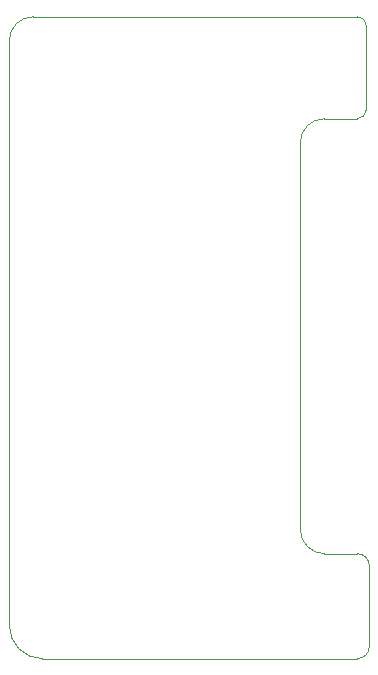
<source format=gbr>
%TF.GenerationSoftware,KiCad,Pcbnew,9.0.3*%
%TF.CreationDate,2025-07-16T16:29:30-04:00*%
%TF.ProjectId,Breadboard_Power_Supply,42726561-6462-46f6-9172-645f506f7765,rev?*%
%TF.SameCoordinates,Original*%
%TF.FileFunction,Profile,NP*%
%FSLAX46Y46*%
G04 Gerber Fmt 4.6, Leading zero omitted, Abs format (unit mm)*
G04 Created by KiCad (PCBNEW 9.0.3) date 2025-07-16 16:29:30*
%MOMM*%
%LPD*%
G01*
G04 APERTURE LIST*
%TA.AperFunction,Profile*%
%ADD10C,0.050000*%
%TD*%
G04 APERTURE END LIST*
D10*
X131922000Y-65831500D02*
G75*
G02*
X133954000Y-63799500I2032000J0D01*
G01*
X110078000Y-109519500D02*
X136748000Y-109519500D01*
X136748000Y-100629500D02*
X133954000Y-100629500D01*
X136748000Y-55163500D02*
X109316000Y-55163500D01*
X131922000Y-98597500D02*
X131922000Y-65831500D01*
X133954000Y-63799500D02*
X136748000Y-63799500D01*
X137510000Y-63037500D02*
G75*
G02*
X136748000Y-63799500I-762000J0D01*
G01*
X137510000Y-63037500D02*
X137510000Y-55925500D01*
X110078000Y-109519500D02*
G75*
G02*
X107284000Y-106725500I0J2794000D01*
G01*
X136748000Y-55163500D02*
G75*
G02*
X137510000Y-55925500I0J-762000D01*
G01*
X107284000Y-57195500D02*
X107284000Y-106725500D01*
X137764000Y-108503500D02*
G75*
G02*
X136748000Y-109519500I-1016000J0D01*
G01*
X133954000Y-100629500D02*
G75*
G02*
X131922000Y-98597500I0J2032000D01*
G01*
X137764000Y-108503500D02*
X137764000Y-101645500D01*
X136748000Y-100629500D02*
G75*
G02*
X137764000Y-101645500I0J-1016000D01*
G01*
X107284000Y-57195500D02*
G75*
G02*
X109316000Y-55163500I2032000J0D01*
G01*
M02*

</source>
